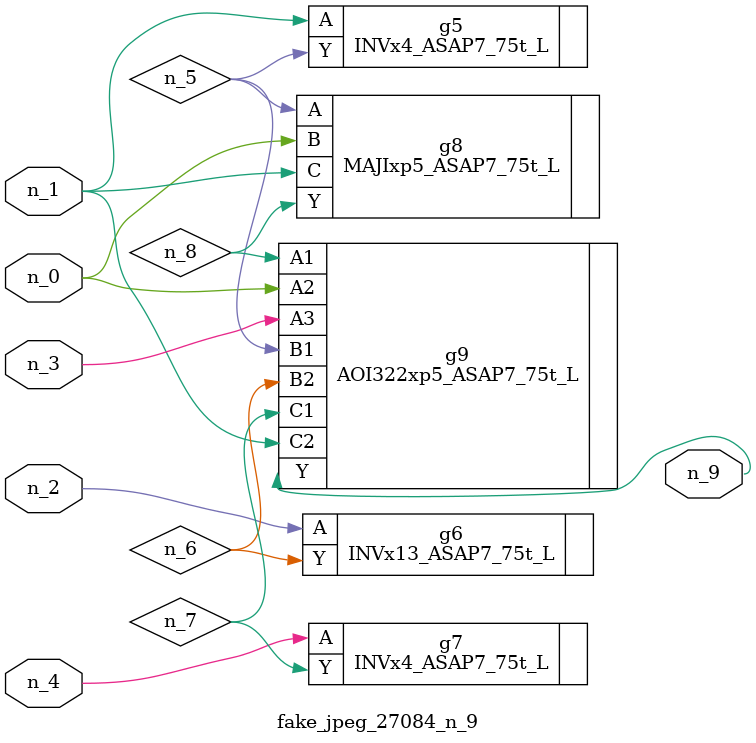
<source format=v>
module fake_jpeg_27084_n_9 (n_3, n_2, n_1, n_0, n_4, n_9);

input n_3;
input n_2;
input n_1;
input n_0;
input n_4;

output n_9;

wire n_8;
wire n_6;
wire n_5;
wire n_7;

INVx4_ASAP7_75t_L g5 ( 
.A(n_1),
.Y(n_5)
);

INVx13_ASAP7_75t_L g6 ( 
.A(n_2),
.Y(n_6)
);

INVx4_ASAP7_75t_L g7 ( 
.A(n_4),
.Y(n_7)
);

MAJIxp5_ASAP7_75t_L g8 ( 
.A(n_5),
.B(n_0),
.C(n_1),
.Y(n_8)
);

AOI322xp5_ASAP7_75t_L g9 ( 
.A1(n_8),
.A2(n_0),
.A3(n_3),
.B1(n_5),
.B2(n_6),
.C1(n_7),
.C2(n_1),
.Y(n_9)
);


endmodule
</source>
